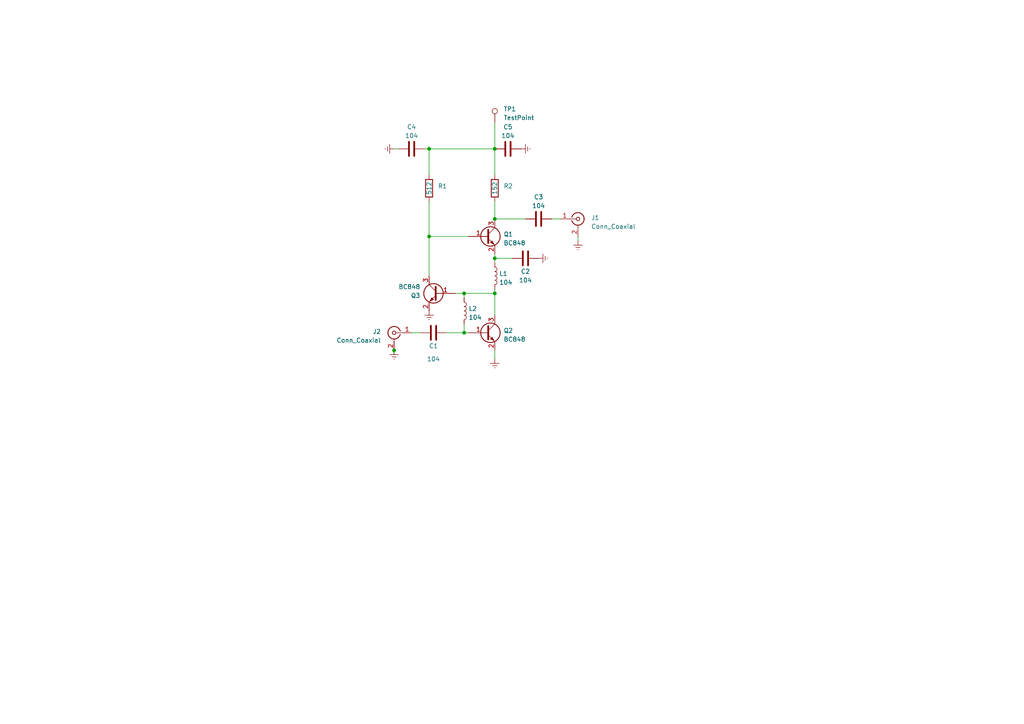
<source format=kicad_sch>
(kicad_sch (version 20230121) (generator eeschema)
  (paper "A4")
  (lib_symbols
    (symbol "Connector:Conn_Coaxial" (pin_names (offset 1.016) hide)
      (property "Reference" "J" (at 0.254 3.048 0))
      (property "Value" "Conn_Coaxial" (at 2.921 0 90))
      (symbol "Conn_Coaxial_0_1"
        (arc (start -1.778 -0.508) (mid 0.2311 -1.8066) (end 1.778 0) (stroke (width 0.254)))
        (polyline (pts (xy -2.54 0) (xy -0.508 0)))
        (polyline (pts (xy 0 -2.54) (xy 0 -1.778)))
        (circle (center 0 0) (radius 0.508) (stroke (width 0.2032)))
        (arc (start 1.778 0) (mid 0.2099 1.8101) (end -1.778 0.508) (stroke (width 0.254)))
      )
      (symbol "Conn_Coaxial_1_1"
        (pin passive line (at -5.08 0 0) (length 2.54) (name "In") (number "1"))
        (pin passive line (at 0 -5.08 90) (length 2.54) (name "Ext") (number "2"))
      )
    )
    (symbol "Connector:TestPoint" (pin_numbers hide) (pin_names (offset 0.762) hide)
      (property "Reference" "TP" (at 0 6.858 0))
      (property "Value" "TestPoint" (at 0 5.08 0))
      (symbol "TestPoint_0_1"
        (circle (center 0 3.302) (radius 0.762))
      )
      (symbol "TestPoint_1_1"
        (pin passive line (at 0 0 90) (length 2.54) (name "1") (number "1"))
      )
    )
    (symbol "Device:C" (pin_numbers hide) (pin_names (offset 0.254))
      (property "Reference" "C" (at 0.635 2.54 0))
      (property "Value" "C" (at 0.635 -2.54 0))
      (symbol "C_0_1"
        (polyline (pts (xy -2.032 -0.762) (xy 2.032 -0.762)) (stroke (width 0.508)))
        (polyline (pts (xy -2.032 0.762) (xy 2.032 0.762)) (stroke (width 0.508)))
      )
      (symbol "C_1_1"
        (pin passive line (at 0 3.81 270) (length 2.794) (name "~") (number "1"))
        (pin passive line (at 0 -3.81 90) (length 2.794) (name "~") (number "2"))
      )
    )
    (symbol "Device:L" (pin_numbers hide) (pin_names (offset 1.016) hide)
      (property "Reference" "L" (at -1.27 0 90))
      (property "Value" "L" (at 1.905 0 90))
      (symbol "L_0_1"
        (arc (start 0 -2.54) (mid 0.6323 -1.905) (end 0 -1.27))
        (arc (start 0 -1.27) (mid 0.6323 -0.635) (end 0 0))
        (arc (start 0 0) (mid 0.6323 0.635) (end 0 1.27))
        (arc (start 0 1.27) (mid 0.6323 1.905) (end 0 2.54))
      )
      (symbol "L_1_1"
        (pin passive line (at 0 3.81 270) (length 1.27) (name "1") (number "1"))
        (pin passive line (at 0 -3.81 90) (length 1.27) (name "2") (number "2"))
      )
    )
    (symbol "Device:R" (pin_numbers hide) (pin_names (offset 0))
      (property "Reference" "R" (at 2.032 0 90))
      (property "Value" "R" (at 0 0 90))
      (symbol "R_0_1"
        (rectangle (start -1.016 -2.54) (end 1.016 2.54) (stroke (width 0.254)))
      )
      (symbol "R_1_1"
        (pin passive line (at 0 3.81 270) (length 1.27) (name "~") (number "1"))
        (pin passive line (at 0 -3.81 90) (length 1.27) (name "~") (number "2"))
      )
    )
    (symbol "Transistor_BJT:BC848" (pin_names (offset 0) hide)
      (property "Reference" "Q" (at 5.08 1.905 0))
      (property "Value" "BC848" (at 5.08 0 0))
      (symbol "BC848_0_1"
        (polyline (pts (xy 0.635 0.635) (xy 2.54 2.54)))
        (polyline (pts (xy 0.635 -0.635) (xy 2.54 -2.54) (xy 2.54 -2.54)))
        (polyline (pts (xy 0.635 1.905) (xy 0.635 -1.905) (xy 0.635 -1.905)) (stroke (width 0.508)))
        (polyline (pts (xy 1.27 -1.778) (xy 1.778 -1.27) (xy 2.286 -2.286) (xy 1.27 -1.778) (xy 1.27 -1.778)) (fill (type outline)))
        (circle (center 1.27 0) (radius 2.8194) (stroke (width 0.254)))
      )
      (symbol "BC848_1_1"
        (pin input line (at -5.08 0 0) (length 5.715) (name "B") (number "1"))
        (pin passive line (at 2.54 -5.08 90) (length 2.54) (name "E") (number "2"))
        (pin passive line (at 2.54 5.08 270) (length 2.54) (name "C") (number "3"))
      )
    )
    (symbol "power:Earth" (power) (pin_names (offset 0))
      (symbol "Earth_0_1"
        (polyline (pts (xy -0.635 -1.905) (xy 0.635 -1.905)))
        (polyline (pts (xy -0.127 -2.54) (xy 0.127 -2.54)))
        (polyline (pts (xy 0 -1.27) (xy 0 0)))
        (polyline (pts (xy 1.27 -1.27) (xy -1.27 -1.27)))
      )
      (symbol "Earth_1_1"
        (pin power_in line (at 0 0 270) (length 0) hide (name "Earth") (number "1"))
      )
    )
  )
  (junction (at 124.46 68.58))
  (junction (at 143.51 63.5))
  (junction (at 134.62 96.52))
  (junction (at 124.46 43.18))
  (junction (at 143.51 74.93))
  (junction (at 143.51 43.18))
  (junction (at 143.51 85.09))
  (junction (at 114.3 101.6))
  (junction (at 134.62 85.09))
  (wire (pts (xy 124.46 68.58) (xy 135.89 68.58)))
  (wire (pts (xy 143.51 85.09) (xy 134.62 85.09)))
  (wire (pts (xy 123.19 43.18) (xy 124.46 43.18)))
  (wire (pts (xy 124.46 68.58) (xy 124.46 80.01)))
  (wire (pts (xy 143.51 83.82) (xy 143.51 85.09)))
  (wire (pts (xy 160.02 63.5) (xy 162.56 63.5)))
  (wire (pts (xy 143.51 35.56) (xy 143.51 43.18)))
  (wire (pts (xy 132.08 85.09) (xy 134.62 85.09)))
  (wire (pts (xy 143.51 63.5) (xy 152.4 63.5)))
  (wire (pts (xy 134.62 86.36) (xy 134.62 85.09)))
  (wire (pts (xy 143.51 73.66) (xy 143.51 74.93)))
  (wire (pts (xy 129.54 96.52) (xy 134.62 96.52)))
  (wire (pts (xy 143.51 74.93) (xy 143.51 76.2)))
  (wire (pts (xy 119.38 96.52) (xy 121.92 96.52)))
  (wire (pts (xy 167.64 68.58) (xy 167.64 69.85)))
  (wire (pts (xy 124.46 43.18) (xy 143.51 43.18)))
  (wire (pts (xy 135.89 96.52) (xy 134.62 96.52)))
  (wire (pts (xy 134.62 93.98) (xy 134.62 96.52)))
  (wire (pts (xy 124.46 43.18) (xy 124.46 50.8)))
  (wire (pts (xy 143.51 101.6) (xy 143.51 104.14)))
  (wire (pts (xy 143.51 58.42) (xy 143.51 63.5)))
  (wire (pts (xy 143.51 85.09) (xy 143.51 91.44)))
  (wire (pts (xy 124.46 58.42) (xy 124.46 68.58)))
  (wire (pts (xy 143.51 74.93) (xy 148.59 74.93)))
  (wire (pts (xy 143.51 43.18) (xy 143.51 50.8)))
  (wire (pts (xy 115.57 43.18) (xy 114.3 43.18)))
  (wire (pts (xy 114.3 101.6) (xy 114.3 102.87)))
  (symbol (lib_id "power:Earth") (at 114.3 43.18 270) (unit 1)
    (property "Reference" "#PWR06" (effects hide))
    (property "Value" "Earth" (effects hide))
  )
  (symbol (lib_id "Device:C") (at 156.21 63.5 90) (unit 1)
    (property "Reference" "C3" (at 156.21 57.15 90))
    (property "Value" "104" (at 156.21 59.69 90))
    (property "Footprint" "Capacitor_SMD:C_0805_2012Metric" (effects hide))
  )
  (symbol (lib_id "Device:R") (at 143.51 54.61 0) (unit 1)
    (property "Reference" "R2" (at 146.05 53.975 0) (effects (justify left)))
    (property "Value" "152" (at 143.51 54.61 90))
    (property "Footprint" "Resistor_SMD:R_0805_2012Metric" (effects hide))
  )
  (symbol (lib_id "Transistor_BJT:BC848") (at 140.97 68.58 0) (unit 1)
    (property "Reference" "Q1" (at 146.05 67.945 0) (effects (justify left)))
    (property "Value" "BC848" (at 146.05 70.485 0) (effects (justify left)))
    (property "Footprint" "Package_TO_SOT_SMD:SOT-23" (effects hide))
    (property "Datasheet" "http://www.infineon.com/dgdl/Infineon-BC847SERIES_BC848SERIES_BC849SERIES_BC850SERIES-DS-v01_01-en.pdf?fileId=db3a304314dca389011541d4630a1657" (effects hide))
  )
  (symbol (lib_id "Device:C") (at 119.38 43.18 270) (unit 1)
    (property "Reference" "C4" (at 119.38 36.83 90))
    (property "Value" "104" (at 119.38 39.37 90))
    (property "Footprint" "Capacitor_SMD:C_0805_2012Metric" (effects hide))
  )
  (symbol (lib_id "Device:R") (at 124.46 54.61 0) (unit 1)
    (property "Reference" "R1" (at 127 53.975 0) (effects (justify left)))
    (property "Value" "512" (at 124.46 54.61 90))
    (property "Footprint" "Resistor_SMD:R_0805_2012Metric" (effects hide))
  )
  (symbol (lib_id "Device:L") (at 134.62 90.17 0) (unit 1)
    (property "Reference" "L2" (at 135.89 89.535 0) (effects (justify left)))
    (property "Value" "104" (at 135.89 92.075 0) (effects (justify left)))
    (property "Footprint" "Inductor_SMD:L_0805_2012Metric" (effects hide))
  )
  (symbol (lib_id "Connector:Conn_Coaxial") (at 167.64 63.5 0) (unit 1)
    (property "Reference" "J1" (at 171.45 63.1582 0) (effects (justify left)))
    (property "Value" "Conn_Coaxial" (at 171.45 65.6982 0) (effects (justify left)))
    (property "Footprint" "Connector_Coaxial:U.FL_Hirose_U.FL-R-SMT-1_Vertical" (effects hide))
    (property "Datasheet" " ~" (effects hide))
  )
  (symbol (lib_id "Transistor_BJT:BC848") (at 140.97 96.52 0) (unit 1)
    (property "Reference" "Q2" (at 146.05 95.885 0) (effects (justify left)))
    (property "Value" "BC848" (at 146.05 98.425 0) (effects (justify left)))
    (property "Footprint" "Package_TO_SOT_SMD:SOT-23" (effects hide))
    (property "Datasheet" "http://www.infineon.com/dgdl/Infineon-BC847SERIES_BC848SERIES_BC849SERIES_BC850SERIES-DS-v01_01-en.pdf?fileId=db3a304314dca389011541d4630a1657" (effects hide))
  )
  (symbol (lib_id "power:Earth") (at 143.51 104.14 0) (unit 1)
    (property "Reference" "#PWR01" (effects hide))
    (property "Value" "Earth" (effects hide))
  )
  (symbol (lib_id "power:Earth") (at 167.64 69.85 0) (unit 1)
    (property "Reference" "#PWR04" (effects hide))
    (property "Value" "Earth" (effects hide))
  )
  (symbol (lib_id "Connector:TestPoint") (at 143.51 35.56 0) (unit 1)
    (property "Reference" "TP1" (at 146.05 31.623 0) (effects (justify left)))
    (property "Value" "TestPoint" (at 146.05 34.163 0) (effects (justify left)))
    (property "Footprint" "TestPoint:TestPoint_Pad_D2.5mm" (effects hide))
  )
  (symbol (lib_id "power:Earth") (at 124.46 90.17 0) (unit 1)
    (property "Reference" "#PWR02" (effects hide))
    (property "Value" "Earth" (effects hide))
  )
  (symbol (lib_id "power:Earth") (at 114.3 101.6 0) (unit 1)
    (property "Reference" "#PWR05" (effects hide))
    (property "Value" "Earth" (effects hide))
  )
  (symbol (lib_id "Device:C") (at 152.4 74.93 90) (unit 1)
    (property "Reference" "C2" (at 152.4 78.74 90))
    (property "Value" "104" (at 152.4 81.28 90))
    (property "Footprint" "Capacitor_SMD:C_0805_2012Metric" (effects hide))
  )
  (symbol (lib_id "power:Earth") (at 156.21 74.93 90) (unit 1)
    (property "Reference" "#PWR03" (effects hide))
    (property "Value" "Earth" (effects hide))
  )
  (symbol (lib_id "Connector:Conn_Coaxial") (at 114.3 96.52 0) (mirror y) (unit 1)
    (property "Reference" "J2" (at 110.49 96.1782 0) (effects (justify left)))
    (property "Value" "Conn_Coaxial" (at 110.49 98.7182 0) (effects (justify left)))
    (property "Footprint" "Connector_Coaxial:U.FL_Hirose_U.FL-R-SMT-1_Vertical" (effects hide))
    (property "Datasheet" " ~" (effects hide))
  )
  (symbol (lib_id "Device:L") (at 143.51 80.01 0) (unit 1)
    (property "Reference" "L1" (at 144.78 79.375 0) (effects (justify left)))
    (property "Value" "104" (at 144.78 81.915 0) (effects (justify left)))
    (property "Footprint" "Inductor_SMD:L_0805_2012Metric" (effects hide))
  )
  (symbol (lib_id "Device:C") (at 147.32 43.18 270) (unit 1)
    (property "Reference" "C5" (at 147.32 36.83 90))
    (property "Value" "104" (at 147.32 39.37 90))
    (property "Footprint" "Capacitor_SMD:C_0805_2012Metric" (effects hide))
  )
  (symbol (lib_id "Transistor_BJT:BC848") (at 127 85.09 0) (mirror y) (unit 1)
    (property "Reference" "Q3" (at 121.92 85.725 0) (effects (justify left)))
    (property "Value" "BC848" (at 121.92 83.185 0) (effects (justify left)))
    (property "Footprint" "Package_TO_SOT_SMD:SOT-23" (effects hide))
    (property "Datasheet" "http://www.infineon.com/dgdl/Infineon-BC847SERIES_BC848SERIES_BC849SERIES_BC850SERIES-DS-v01_01-en.pdf?fileId=db3a304314dca389011541d4630a1657" (effects hide))
  )
  (symbol (lib_id "Device:C") (at 125.73 96.52 90) (unit 1)
    (property "Reference" "C1" (at 125.73 100.33 90))
    (property "Value" "104" (at 125.73 104.14 90))
    (property "Footprint" "Capacitor_SMD:C_0805_2012Metric" (effects hide))
  )
  (symbol (lib_id "power:Earth") (at 151.13 43.18 90) (unit 1)
    (property "Reference" "#PWR07" (effects hide))
    (property "Value" "Earth" (effects hide))
  )
)
</source>
